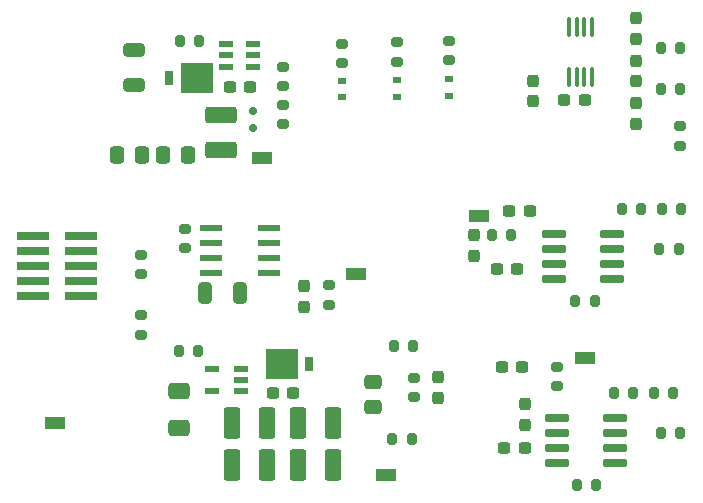
<source format=gbr>
%TF.GenerationSoftware,KiCad,Pcbnew,8.0.6*%
%TF.CreationDate,2024-11-16T21:14:38-08:00*%
%TF.ProjectId,CAN_adc,43414e5f-6164-4632-9e6b-696361645f70,rev?*%
%TF.SameCoordinates,Original*%
%TF.FileFunction,Paste,Top*%
%TF.FilePolarity,Positive*%
%FSLAX46Y46*%
G04 Gerber Fmt 4.6, Leading zero omitted, Abs format (unit mm)*
G04 Created by KiCad (PCBNEW 8.0.6) date 2024-11-16 21:14:38*
%MOMM*%
%LPD*%
G01*
G04 APERTURE LIST*
G04 Aperture macros list*
%AMRoundRect*
0 Rectangle with rounded corners*
0 $1 Rounding radius*
0 $2 $3 $4 $5 $6 $7 $8 $9 X,Y pos of 4 corners*
0 Add a 4 corners polygon primitive as box body*
4,1,4,$2,$3,$4,$5,$6,$7,$8,$9,$2,$3,0*
0 Add four circle primitives for the rounded corners*
1,1,$1+$1,$2,$3*
1,1,$1+$1,$4,$5*
1,1,$1+$1,$6,$7*
1,1,$1+$1,$8,$9*
0 Add four rect primitives between the rounded corners*
20,1,$1+$1,$2,$3,$4,$5,0*
20,1,$1+$1,$4,$5,$6,$7,0*
20,1,$1+$1,$6,$7,$8,$9,0*
20,1,$1+$1,$8,$9,$2,$3,0*%
G04 Aperture macros list end*
%ADD10RoundRect,0.250000X-0.325000X-0.650000X0.325000X-0.650000X0.325000X0.650000X-0.325000X0.650000X0*%
%ADD11RoundRect,0.075000X0.910000X0.225000X-0.910000X0.225000X-0.910000X-0.225000X0.910000X-0.225000X0*%
%ADD12RoundRect,0.100000X-0.100000X0.712500X-0.100000X-0.712500X0.100000X-0.712500X0.100000X0.712500X0*%
%ADD13R,2.670000X2.540000*%
%ADD14R,0.762000X1.270000*%
%ADD15R,1.219200X0.508000*%
%ADD16R,1.981200X0.533400*%
%ADD17R,1.800000X1.000000*%
%ADD18RoundRect,0.200000X0.200000X0.275000X-0.200000X0.275000X-0.200000X-0.275000X0.200000X-0.275000X0*%
%ADD19RoundRect,0.200000X-0.275000X0.200000X-0.275000X-0.200000X0.275000X-0.200000X0.275000X0.200000X0*%
%ADD20RoundRect,0.200000X0.275000X-0.200000X0.275000X0.200000X-0.275000X0.200000X-0.275000X-0.200000X0*%
%ADD21RoundRect,0.200000X-0.200000X-0.275000X0.200000X-0.275000X0.200000X0.275000X-0.200000X0.275000X0*%
%ADD22RoundRect,0.250001X-0.462499X-1.074999X0.462499X-1.074999X0.462499X1.074999X-0.462499X1.074999X0*%
%ADD23RoundRect,0.250001X-1.074999X0.462499X-1.074999X-0.462499X1.074999X-0.462499X1.074999X0.462499X0*%
%ADD24R,2.790000X0.740000*%
%ADD25R,0.800000X0.600000*%
%ADD26RoundRect,0.150000X0.200000X-0.150000X0.200000X0.150000X-0.200000X0.150000X-0.200000X-0.150000X0*%
%ADD27RoundRect,0.237500X0.300000X0.237500X-0.300000X0.237500X-0.300000X-0.237500X0.300000X-0.237500X0*%
%ADD28RoundRect,0.237500X-0.237500X0.300000X-0.237500X-0.300000X0.237500X-0.300000X0.237500X0.300000X0*%
%ADD29RoundRect,0.250000X0.475000X-0.337500X0.475000X0.337500X-0.475000X0.337500X-0.475000X-0.337500X0*%
%ADD30RoundRect,0.237500X-0.300000X-0.237500X0.300000X-0.237500X0.300000X0.237500X-0.300000X0.237500X0*%
%ADD31RoundRect,0.250000X-0.650000X0.412500X-0.650000X-0.412500X0.650000X-0.412500X0.650000X0.412500X0*%
%ADD32RoundRect,0.237500X0.237500X-0.300000X0.237500X0.300000X-0.237500X0.300000X-0.237500X-0.300000X0*%
%ADD33RoundRect,0.250000X0.337500X0.475000X-0.337500X0.475000X-0.337500X-0.475000X0.337500X-0.475000X0*%
%ADD34RoundRect,0.250000X-0.650000X0.325000X-0.650000X-0.325000X0.650000X-0.325000X0.650000X0.325000X0*%
G04 APERTURE END LIST*
D10*
%TO.C,C19*%
X89525000Y-78600000D03*
X92475000Y-78600000D03*
%TD*%
D11*
%TO.C,U11*%
X119030000Y-77405000D03*
X119030000Y-76135000D03*
X119030000Y-74865000D03*
X119030000Y-73595000D03*
X123970000Y-73595000D03*
X123970000Y-74865000D03*
X123970000Y-76135000D03*
X123970000Y-77405000D03*
%TD*%
D12*
%TO.C,U9*%
X122275000Y-56087500D03*
X121625000Y-56087500D03*
X120975000Y-56087500D03*
X120325000Y-56087500D03*
X120325000Y-60312500D03*
X120975000Y-60312500D03*
X121625000Y-60312500D03*
X122275000Y-60312500D03*
%TD*%
D11*
%TO.C,U7*%
X124215000Y-93005000D03*
X124215000Y-91735000D03*
X124215000Y-90465000D03*
X124215000Y-89195000D03*
X119275000Y-89195000D03*
X119275000Y-90465000D03*
X119275000Y-91735000D03*
X119275000Y-93005000D03*
%TD*%
D13*
%TO.C,U6*%
X95990000Y-84600000D03*
D14*
X98341000Y-84600000D03*
%TD*%
D13*
%TO.C,U5*%
X88800000Y-60400000D03*
D14*
X86449000Y-60400000D03*
%TD*%
D15*
%TO.C,U4*%
X92519200Y-86939800D03*
X92519200Y-86000000D03*
X92519200Y-85060200D03*
X90080800Y-85060200D03*
X90080800Y-86939800D03*
%TD*%
%TO.C,U3*%
X93593000Y-59450000D03*
X93593000Y-58500000D03*
X93593000Y-57550000D03*
X91307000Y-57550000D03*
X91307000Y-58500000D03*
X91307000Y-59450000D03*
%TD*%
D16*
%TO.C,U2*%
X94963800Y-76905000D03*
X94963800Y-75635000D03*
X94963800Y-74365000D03*
X94963800Y-73095000D03*
X90036200Y-73095000D03*
X90036200Y-74365000D03*
X90036200Y-75635000D03*
X90036200Y-76905000D03*
%TD*%
D17*
%TO.C,TP7*%
X112700000Y-72100000D03*
%TD*%
%TO.C,TP6*%
X121700000Y-84100000D03*
%TD*%
%TO.C,TP5*%
X76800000Y-89600000D03*
%TD*%
%TO.C,TP4*%
X102261800Y-77000000D03*
%TD*%
%TO.C,TP3*%
X104800000Y-94000000D03*
%TD*%
%TO.C,TP2*%
X94300000Y-67200000D03*
%TD*%
D18*
%TO.C,R32*%
X124800000Y-71500000D03*
X126450000Y-71500000D03*
%TD*%
%TO.C,R31*%
X120875000Y-79300000D03*
X122525000Y-79300000D03*
%TD*%
%TO.C,R30*%
X128200000Y-71500000D03*
X129850000Y-71500000D03*
%TD*%
%TO.C,R29*%
X127975000Y-74900000D03*
X129625000Y-74900000D03*
%TD*%
D19*
%TO.C,R27*%
X110200000Y-58925000D03*
X110200000Y-57275000D03*
%TD*%
D18*
%TO.C,R26*%
X113775000Y-73700000D03*
X115425000Y-73700000D03*
%TD*%
D19*
%TO.C,R25*%
X105800000Y-57375000D03*
X105800000Y-59025000D03*
%TD*%
%TO.C,R24*%
X101100000Y-57500000D03*
X101100000Y-59150000D03*
%TD*%
D20*
%TO.C,R23*%
X119300000Y-86525000D03*
X119300000Y-84875000D03*
%TD*%
D18*
%TO.C,R22*%
X125750000Y-87100000D03*
X124100000Y-87100000D03*
%TD*%
%TO.C,R21*%
X122625000Y-94900000D03*
X120975000Y-94900000D03*
%TD*%
%TO.C,R20*%
X129150000Y-87100000D03*
X127500000Y-87100000D03*
%TD*%
%TO.C,R19*%
X129725000Y-90500000D03*
X128075000Y-90500000D03*
%TD*%
D20*
%TO.C,R18*%
X129700000Y-66125000D03*
X129700000Y-64475000D03*
%TD*%
D18*
%TO.C,R17*%
X129725000Y-57900000D03*
X128075000Y-57900000D03*
%TD*%
%TO.C,R16*%
X129725000Y-61300000D03*
X128075000Y-61300000D03*
%TD*%
D20*
%TO.C,R11*%
X107200000Y-87425000D03*
X107200000Y-85775000D03*
%TD*%
D18*
%TO.C,R10*%
X107125000Y-83100000D03*
X105475000Y-83100000D03*
%TD*%
D21*
%TO.C,R9*%
X105375000Y-91000000D03*
X107025000Y-91000000D03*
%TD*%
%TO.C,R8*%
X87275000Y-83500000D03*
X88925000Y-83500000D03*
%TD*%
D19*
%TO.C,R7*%
X84100000Y-80475000D03*
X84100000Y-82125000D03*
%TD*%
%TO.C,R6*%
X100000000Y-77975000D03*
X100000000Y-79625000D03*
%TD*%
%TO.C,R5*%
X84100000Y-75375000D03*
X84100000Y-77025000D03*
%TD*%
%TO.C,R4*%
X87800000Y-73175000D03*
X87800000Y-74825000D03*
%TD*%
D20*
%TO.C,R3*%
X96100000Y-61125000D03*
X96100000Y-59475000D03*
%TD*%
%TO.C,R2*%
X96100000Y-62675000D03*
X96100000Y-64325000D03*
%TD*%
D18*
%TO.C,R1*%
X89025000Y-57300000D03*
X87375000Y-57300000D03*
%TD*%
D22*
%TO.C,L5*%
X97412500Y-89600000D03*
X100387500Y-89600000D03*
%TD*%
%TO.C,L4*%
X97412500Y-93200000D03*
X100387500Y-93200000D03*
%TD*%
%TO.C,L3*%
X91812500Y-93200000D03*
X94787500Y-93200000D03*
%TD*%
%TO.C,L2*%
X91812500Y-89600000D03*
X94787500Y-89600000D03*
%TD*%
D23*
%TO.C,L1*%
X90900000Y-63512500D03*
X90900000Y-66487500D03*
%TD*%
D24*
%TO.C,J5*%
X79035000Y-78840000D03*
X74965000Y-78840000D03*
X79035000Y-77570000D03*
X74965000Y-77570000D03*
X79035000Y-76300000D03*
X74965000Y-76300000D03*
X79035000Y-75030000D03*
X74965000Y-75030000D03*
X79035000Y-73760000D03*
X74965000Y-73760000D03*
%TD*%
D25*
%TO.C,D4*%
X110200000Y-61900000D03*
X110200000Y-60500000D03*
%TD*%
%TO.C,D3*%
X105800000Y-60600000D03*
X105800000Y-62000000D03*
%TD*%
%TO.C,D2*%
X101100000Y-60625000D03*
X101100000Y-62025000D03*
%TD*%
D26*
%TO.C,D1*%
X93600000Y-63200000D03*
X93600000Y-64600000D03*
%TD*%
D27*
%TO.C,C27*%
X115275000Y-71700000D03*
X117000000Y-71700000D03*
%TD*%
%TO.C,C26*%
X114237500Y-76600000D03*
X115962500Y-76600000D03*
%TD*%
D28*
%TO.C,C21*%
X112300000Y-75462500D03*
X112300000Y-73737500D03*
%TD*%
D27*
%TO.C,C18*%
X116362500Y-84900000D03*
X114637500Y-84900000D03*
%TD*%
D28*
%TO.C,C17*%
X116600000Y-88037500D03*
X116600000Y-89762500D03*
%TD*%
D27*
%TO.C,C16*%
X116562500Y-91700000D03*
X114837500Y-91700000D03*
%TD*%
D29*
%TO.C,C15*%
X103700000Y-86162500D03*
X103700000Y-88237500D03*
%TD*%
D30*
%TO.C,C14*%
X95237500Y-87100000D03*
X96962500Y-87100000D03*
%TD*%
D31*
%TO.C,C13*%
X87300000Y-86937500D03*
X87300000Y-90062500D03*
%TD*%
D28*
%TO.C,C12*%
X97900000Y-78037500D03*
X97900000Y-79762500D03*
%TD*%
D32*
%TO.C,C10*%
X126000000Y-64262500D03*
X126000000Y-62537500D03*
%TD*%
%TO.C,C9*%
X126000000Y-57062500D03*
X126000000Y-55337500D03*
%TD*%
%TO.C,C8*%
X126000000Y-60662500D03*
X126000000Y-58937500D03*
%TD*%
%TO.C,C7*%
X109200000Y-87462500D03*
X109200000Y-85737500D03*
%TD*%
D33*
%TO.C,C6*%
X84137500Y-66900000D03*
X82062500Y-66900000D03*
%TD*%
D32*
%TO.C,C5*%
X117300000Y-62362500D03*
X117300000Y-60637500D03*
%TD*%
D33*
%TO.C,C4*%
X88037500Y-66900000D03*
X85962500Y-66900000D03*
%TD*%
D27*
%TO.C,C3*%
X93355500Y-61200000D03*
X91630500Y-61200000D03*
%TD*%
%TO.C,C2*%
X121662500Y-62300000D03*
X119937500Y-62300000D03*
%TD*%
D34*
%TO.C,C1*%
X83500000Y-58025000D03*
X83500000Y-60975000D03*
%TD*%
M02*

</source>
